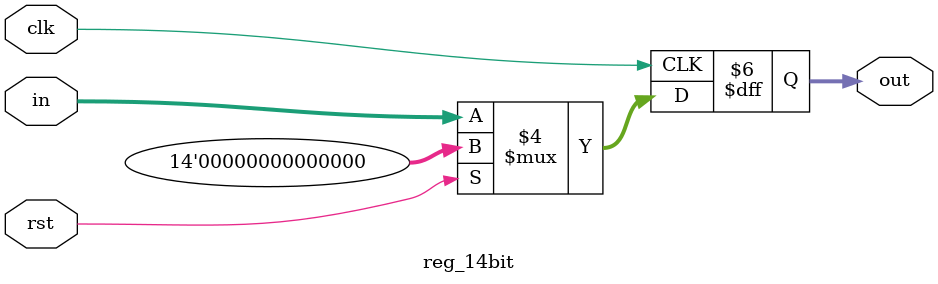
<source format=v>
module reg_14bit (
						input [13:0]in,
						input rst,
						input clk,
						output reg [13:0]out


);

always @(posedge clk)
begin
 if (rst==1)
 begin
	out <= 14'b00000000000000;
 end else begin
	out <= in;
 end
end

endmodule






</source>
